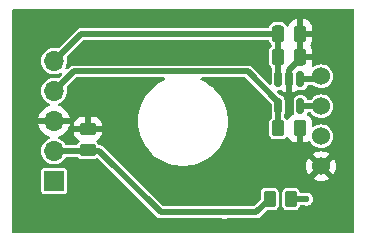
<source format=gbl>
G04 #@! TF.GenerationSoftware,KiCad,Pcbnew,8.0.7*
G04 #@! TF.CreationDate,2025-01-24T14:27:24+01:00*
G04 #@! TF.ProjectId,GateDriverControlTransmitter,47617465-4472-4697-9665-72436f6e7472,rev?*
G04 #@! TF.SameCoordinates,Original*
G04 #@! TF.FileFunction,Copper,L2,Bot*
G04 #@! TF.FilePolarity,Positive*
%FSLAX46Y46*%
G04 Gerber Fmt 4.6, Leading zero omitted, Abs format (unit mm)*
G04 Created by KiCad (PCBNEW 8.0.7) date 2025-01-24 14:27:24*
%MOMM*%
%LPD*%
G01*
G04 APERTURE LIST*
G04 Aperture macros list*
%AMRoundRect*
0 Rectangle with rounded corners*
0 $1 Rounding radius*
0 $2 $3 $4 $5 $6 $7 $8 $9 X,Y pos of 4 corners*
0 Add a 4 corners polygon primitive as box body*
4,1,4,$2,$3,$4,$5,$6,$7,$8,$9,$2,$3,0*
0 Add four circle primitives for the rounded corners*
1,1,$1+$1,$2,$3*
1,1,$1+$1,$4,$5*
1,1,$1+$1,$6,$7*
1,1,$1+$1,$8,$9*
0 Add four rect primitives between the rounded corners*
20,1,$1+$1,$2,$3,$4,$5,0*
20,1,$1+$1,$4,$5,$6,$7,0*
20,1,$1+$1,$6,$7,$8,$9,0*
20,1,$1+$1,$8,$9,$2,$3,0*%
G04 Aperture macros list end*
G04 #@! TA.AperFunction,ComponentPad*
%ADD10R,1.700000X1.700000*%
G04 #@! TD*
G04 #@! TA.AperFunction,ComponentPad*
%ADD11O,1.700000X1.700000*%
G04 #@! TD*
G04 #@! TA.AperFunction,ComponentPad*
%ADD12C,1.524000*%
G04 #@! TD*
G04 #@! TA.AperFunction,SMDPad,CuDef*
%ADD13RoundRect,0.250000X-0.262500X-0.450000X0.262500X-0.450000X0.262500X0.450000X-0.262500X0.450000X0*%
G04 #@! TD*
G04 #@! TA.AperFunction,SMDPad,CuDef*
%ADD14RoundRect,0.150000X-0.150000X0.512500X-0.150000X-0.512500X0.150000X-0.512500X0.150000X0.512500X0*%
G04 #@! TD*
G04 #@! TA.AperFunction,SMDPad,CuDef*
%ADD15RoundRect,0.250000X-0.250000X-0.475000X0.250000X-0.475000X0.250000X0.475000X-0.250000X0.475000X0*%
G04 #@! TD*
G04 #@! TA.AperFunction,SMDPad,CuDef*
%ADD16RoundRect,0.250000X0.450000X-0.262500X0.450000X0.262500X-0.450000X0.262500X-0.450000X-0.262500X0*%
G04 #@! TD*
G04 #@! TA.AperFunction,ViaPad*
%ADD17C,0.600000*%
G04 #@! TD*
G04 #@! TA.AperFunction,Conductor*
%ADD18C,0.500000*%
G04 #@! TD*
G04 APERTURE END LIST*
D10*
X125100000Y-115075000D03*
D11*
X125100000Y-112535000D03*
X125100000Y-109995000D03*
X125100000Y-107455000D03*
X125100000Y-104915000D03*
D12*
X147700000Y-106210000D03*
X147700000Y-108750000D03*
X147700000Y-111290000D03*
X147700000Y-113830000D03*
D13*
X143337500Y-116600000D03*
X145162500Y-116600000D03*
D14*
X144050000Y-106462500D03*
X145000000Y-106462500D03*
X145950000Y-106462500D03*
X145950000Y-108737500D03*
X144050000Y-108737500D03*
D13*
X144060000Y-110600000D03*
X145885000Y-110600000D03*
D15*
X144042500Y-104570000D03*
X145942500Y-104570000D03*
D16*
X127950000Y-112462500D03*
X127950000Y-110637500D03*
D15*
X144042500Y-102610000D03*
X145942500Y-102610000D03*
D17*
X148000000Y-101000000D03*
X136000000Y-119000000D03*
X140000000Y-119000000D03*
X124000000Y-101000000D03*
X140000000Y-101000000D03*
X136000000Y-101000000D03*
X130000000Y-119000000D03*
X150000000Y-111000000D03*
X142500000Y-105500000D03*
X150000000Y-119000000D03*
X122000000Y-107000000D03*
X122000000Y-119000000D03*
X150000000Y-103000000D03*
X142500000Y-112000000D03*
X148000000Y-119000000D03*
X142000000Y-101000000D03*
X124000000Y-119000000D03*
X128000000Y-101000000D03*
X126000000Y-119000000D03*
X150000000Y-115000000D03*
X150000000Y-101000000D03*
X122000000Y-103000000D03*
X136000000Y-105000000D03*
X150000000Y-119000000D03*
X150000000Y-113000000D03*
X126000000Y-101000000D03*
X134000000Y-119000000D03*
X122000000Y-115000000D03*
X132000000Y-119000000D03*
X146000000Y-101000000D03*
X122000000Y-105000000D03*
X122000000Y-109000000D03*
X122000000Y-101000000D03*
X136000000Y-103500000D03*
X122000000Y-113000000D03*
X150000000Y-107000000D03*
X128000000Y-105000000D03*
X150000000Y-105000000D03*
X150000000Y-109000000D03*
X144000000Y-101000000D03*
X122000000Y-111000000D03*
X122000000Y-117000000D03*
X142500000Y-103500000D03*
X134000000Y-101000000D03*
X132000000Y-101000000D03*
X138000000Y-119000000D03*
X146000000Y-119000000D03*
X130000000Y-101000000D03*
X128000000Y-119000000D03*
X128000000Y-103500000D03*
X142500000Y-109000000D03*
X138000000Y-101000000D03*
X139500000Y-117730000D03*
X146450000Y-116600000D03*
D18*
X144042500Y-102610000D02*
X127390000Y-102610000D01*
X144042500Y-106455000D02*
X144050000Y-106462500D01*
X127390000Y-102610000D02*
X125100000Y-104900000D01*
X144042500Y-102610000D02*
X144042500Y-106455000D01*
X125100000Y-104900000D02*
X125100000Y-104915000D01*
X145000000Y-105706250D02*
X145942500Y-104763750D01*
X145000000Y-106462500D02*
X145000000Y-105706250D01*
X145942500Y-104570000D02*
X145942500Y-102610000D01*
X145942500Y-104763750D02*
X145942500Y-104570000D01*
X125100000Y-107455000D02*
X126755000Y-105800000D01*
X141500000Y-105800000D02*
X144050000Y-108350000D01*
X126755000Y-105800000D02*
X141500000Y-105800000D01*
X144060000Y-108747500D02*
X144050000Y-108737500D01*
X144060000Y-110600000D02*
X144060000Y-108747500D01*
X144050000Y-108350000D02*
X144050000Y-108737500D01*
X142207500Y-117730000D02*
X143337500Y-116600000D01*
X125100000Y-112535000D02*
X128910000Y-112535000D01*
X128910000Y-112535000D02*
X134105000Y-117730000D01*
X134105000Y-117730000D02*
X142207500Y-117730000D01*
X147687500Y-108737500D02*
X147700000Y-108750000D01*
X145950000Y-108737500D02*
X147687500Y-108737500D01*
X147447500Y-106462500D02*
X147700000Y-106210000D01*
X145950000Y-106462500D02*
X147447500Y-106462500D01*
X145162500Y-116600000D02*
X146450000Y-116600000D01*
G04 #@! TA.AperFunction,Conductor*
G36*
X143248775Y-103130185D02*
G01*
X143294530Y-103182989D01*
X143297918Y-103191167D01*
X143348702Y-103327328D01*
X143348703Y-103327329D01*
X143348704Y-103327331D01*
X143434952Y-103442543D01*
X143434955Y-103442547D01*
X143492310Y-103485482D01*
X143534182Y-103541415D01*
X143542000Y-103584749D01*
X143542000Y-103595249D01*
X143522315Y-103662288D01*
X143492312Y-103694515D01*
X143434957Y-103737451D01*
X143434951Y-103737457D01*
X143348706Y-103852664D01*
X143348702Y-103852671D01*
X143298408Y-103987517D01*
X143292001Y-104047116D01*
X143292000Y-104047135D01*
X143292000Y-105092870D01*
X143292001Y-105092876D01*
X143298408Y-105152483D01*
X143348702Y-105287328D01*
X143348703Y-105287329D01*
X143348704Y-105287331D01*
X143434952Y-105402543D01*
X143434955Y-105402547D01*
X143492310Y-105445482D01*
X143534182Y-105501415D01*
X143542000Y-105544749D01*
X143542000Y-105740668D01*
X143528485Y-105796962D01*
X143514352Y-105824698D01*
X143499500Y-105918475D01*
X143499500Y-106792324D01*
X143479815Y-106859363D01*
X143427011Y-106905118D01*
X143357853Y-106915062D01*
X143294297Y-106886037D01*
X143287819Y-106880005D01*
X141807316Y-105399502D01*
X141807314Y-105399500D01*
X141745937Y-105364064D01*
X141693187Y-105333608D01*
X141629539Y-105316554D01*
X141565892Y-105299500D01*
X126820892Y-105299500D01*
X126689107Y-105299500D01*
X126561812Y-105333608D01*
X126447686Y-105399500D01*
X126447683Y-105399502D01*
X126269042Y-105578143D01*
X126207719Y-105611628D01*
X126138027Y-105606644D01*
X126082094Y-105564772D01*
X126057677Y-105499308D01*
X126070361Y-105435190D01*
X126086616Y-105402547D01*
X126130582Y-105314250D01*
X126186397Y-105118083D01*
X126205215Y-104915000D01*
X126186397Y-104711917D01*
X126164142Y-104633700D01*
X126164728Y-104563834D01*
X126195725Y-104512087D01*
X127560995Y-103146819D01*
X127622318Y-103113334D01*
X127648676Y-103110500D01*
X143181736Y-103110500D01*
X143248775Y-103130185D01*
G37*
G04 #@! TD.AperFunction*
G04 #@! TA.AperFunction,Conductor*
G36*
X150442539Y-100530185D02*
G01*
X150488294Y-100582989D01*
X150499500Y-100634500D01*
X150499500Y-119376000D01*
X150479815Y-119443039D01*
X150427011Y-119488794D01*
X150375500Y-119500000D01*
X121624500Y-119500000D01*
X121557461Y-119480315D01*
X121511706Y-119427511D01*
X121500500Y-119376000D01*
X121500500Y-114200321D01*
X123999500Y-114200321D01*
X123999500Y-115949678D01*
X124014032Y-116022735D01*
X124014033Y-116022739D01*
X124027248Y-116042516D01*
X124069399Y-116105601D01*
X124152260Y-116160966D01*
X124152264Y-116160967D01*
X124225321Y-116175499D01*
X124225324Y-116175500D01*
X124225326Y-116175500D01*
X125974676Y-116175500D01*
X125974677Y-116175499D01*
X126047740Y-116160966D01*
X126130601Y-116105601D01*
X126185966Y-116022740D01*
X126200500Y-115949674D01*
X126200500Y-114200326D01*
X126200500Y-114200323D01*
X126200499Y-114200321D01*
X126185967Y-114127264D01*
X126185966Y-114127260D01*
X126130601Y-114044399D01*
X126047740Y-113989034D01*
X126047739Y-113989033D01*
X126047735Y-113989032D01*
X125974677Y-113974500D01*
X125974674Y-113974500D01*
X124225326Y-113974500D01*
X124225323Y-113974500D01*
X124152264Y-113989032D01*
X124152260Y-113989033D01*
X124069399Y-114044399D01*
X124014033Y-114127260D01*
X124014032Y-114127264D01*
X123999500Y-114200321D01*
X121500500Y-114200321D01*
X121500500Y-109744999D01*
X123769364Y-109744999D01*
X123769364Y-109745000D01*
X124666988Y-109745000D01*
X124634075Y-109802007D01*
X124600000Y-109929174D01*
X124600000Y-110060826D01*
X124634075Y-110187993D01*
X124666988Y-110245000D01*
X123769364Y-110245000D01*
X123826567Y-110458486D01*
X123826570Y-110458492D01*
X123926399Y-110672578D01*
X124061894Y-110866082D01*
X124228917Y-111033105D01*
X124422421Y-111168600D01*
X124636507Y-111268429D01*
X124636516Y-111268433D01*
X124675583Y-111278901D01*
X124735244Y-111315266D01*
X124765773Y-111378113D01*
X124757479Y-111447488D01*
X124712993Y-111501366D01*
X124688284Y-111514302D01*
X124607373Y-111545647D01*
X124607357Y-111545655D01*
X124433960Y-111653017D01*
X124433958Y-111653019D01*
X124283237Y-111790418D01*
X124160327Y-111953178D01*
X124069422Y-112135739D01*
X124069417Y-112135752D01*
X124013602Y-112331917D01*
X123994785Y-112534999D01*
X123994785Y-112535000D01*
X124013602Y-112738082D01*
X124069417Y-112934247D01*
X124069422Y-112934260D01*
X124160327Y-113116821D01*
X124283237Y-113279581D01*
X124433958Y-113416980D01*
X124433960Y-113416982D01*
X124444484Y-113423498D01*
X124607363Y-113524348D01*
X124797544Y-113598024D01*
X124998024Y-113635500D01*
X124998026Y-113635500D01*
X125201974Y-113635500D01*
X125201976Y-113635500D01*
X125402456Y-113598024D01*
X125592637Y-113524348D01*
X125766041Y-113416981D01*
X125916764Y-113279579D01*
X126039673Y-113116821D01*
X126045945Y-113104226D01*
X126093449Y-113052990D01*
X126156944Y-113035500D01*
X127045165Y-113035500D01*
X127112204Y-113055185D01*
X127135541Y-113076910D01*
X127136180Y-113076272D01*
X127142451Y-113082542D01*
X127142454Y-113082546D01*
X127171095Y-113103987D01*
X127257664Y-113168793D01*
X127257671Y-113168797D01*
X127392517Y-113219091D01*
X127392516Y-113219091D01*
X127399444Y-113219835D01*
X127452127Y-113225500D01*
X128447872Y-113225499D01*
X128507483Y-113219091D01*
X128642331Y-113168796D01*
X128667062Y-113150282D01*
X128732520Y-113125864D01*
X128800794Y-113140713D01*
X128829053Y-113161867D01*
X133704500Y-118037314D01*
X133797686Y-118130500D01*
X133911814Y-118196392D01*
X134039107Y-118230500D01*
X134039108Y-118230500D01*
X139245124Y-118230500D01*
X139292572Y-118239937D01*
X139356291Y-118266330D01*
X139452097Y-118278943D01*
X139499999Y-118285250D01*
X139500000Y-118285250D01*
X139500001Y-118285250D01*
X139535927Y-118280520D01*
X139643709Y-118266330D01*
X139707427Y-118239937D01*
X139754876Y-118230500D01*
X142273390Y-118230500D01*
X142273392Y-118230500D01*
X142400686Y-118196392D01*
X142514814Y-118130500D01*
X143058494Y-117586817D01*
X143119817Y-117553333D01*
X143146175Y-117550499D01*
X143647871Y-117550499D01*
X143647872Y-117550499D01*
X143707483Y-117544091D01*
X143842331Y-117493796D01*
X143957546Y-117407546D01*
X144043796Y-117292331D01*
X144094091Y-117157483D01*
X144100500Y-117097873D01*
X144100499Y-116102135D01*
X144399500Y-116102135D01*
X144399500Y-117097870D01*
X144399501Y-117097876D01*
X144405908Y-117157483D01*
X144456202Y-117292328D01*
X144456206Y-117292335D01*
X144542452Y-117407544D01*
X144542455Y-117407547D01*
X144657664Y-117493793D01*
X144657671Y-117493797D01*
X144702618Y-117510561D01*
X144792517Y-117544091D01*
X144852127Y-117550500D01*
X145472872Y-117550499D01*
X145532483Y-117544091D01*
X145667331Y-117493796D01*
X145782546Y-117407546D01*
X145868796Y-117292331D01*
X145876149Y-117272615D01*
X145910258Y-117181167D01*
X145952129Y-117125233D01*
X146017593Y-117100816D01*
X146026440Y-117100500D01*
X146195124Y-117100500D01*
X146242572Y-117109937D01*
X146306291Y-117136330D01*
X146402097Y-117148943D01*
X146449999Y-117155250D01*
X146450000Y-117155250D01*
X146450001Y-117155250D01*
X146464977Y-117153278D01*
X146593709Y-117136330D01*
X146727625Y-117080861D01*
X146842621Y-116992621D01*
X146930861Y-116877625D01*
X146986330Y-116743709D01*
X147005250Y-116600000D01*
X146986330Y-116456291D01*
X146930861Y-116322375D01*
X146842621Y-116207379D01*
X146727625Y-116119139D01*
X146727624Y-116119138D01*
X146727622Y-116119137D01*
X146593712Y-116063671D01*
X146593710Y-116063670D01*
X146593709Y-116063670D01*
X146521854Y-116054210D01*
X146450001Y-116044750D01*
X146449999Y-116044750D01*
X146306293Y-116063669D01*
X146289912Y-116070453D01*
X146242572Y-116090062D01*
X146195124Y-116099500D01*
X146026440Y-116099500D01*
X145959401Y-116079815D01*
X145913646Y-116027011D01*
X145910258Y-116018833D01*
X145868797Y-115907671D01*
X145868793Y-115907664D01*
X145782547Y-115792455D01*
X145782544Y-115792452D01*
X145667335Y-115706206D01*
X145667328Y-115706202D01*
X145532486Y-115655910D01*
X145532485Y-115655909D01*
X145532483Y-115655909D01*
X145472873Y-115649500D01*
X145472863Y-115649500D01*
X144852129Y-115649500D01*
X144852123Y-115649501D01*
X144792516Y-115655908D01*
X144657671Y-115706202D01*
X144657664Y-115706206D01*
X144542455Y-115792452D01*
X144542452Y-115792455D01*
X144456206Y-115907664D01*
X144456202Y-115907671D01*
X144405908Y-116042517D01*
X144400797Y-116090062D01*
X144399501Y-116102123D01*
X144399500Y-116102135D01*
X144100499Y-116102135D01*
X144100499Y-116102128D01*
X144094091Y-116042517D01*
X144086714Y-116022739D01*
X144043797Y-115907671D01*
X144043793Y-115907664D01*
X143957547Y-115792455D01*
X143957544Y-115792452D01*
X143842335Y-115706206D01*
X143842328Y-115706202D01*
X143707486Y-115655910D01*
X143707485Y-115655909D01*
X143707483Y-115655909D01*
X143647873Y-115649500D01*
X143647863Y-115649500D01*
X143027129Y-115649500D01*
X143027123Y-115649501D01*
X142967516Y-115655908D01*
X142832671Y-115706202D01*
X142832664Y-115706206D01*
X142717455Y-115792452D01*
X142717452Y-115792455D01*
X142631206Y-115907664D01*
X142631202Y-115907671D01*
X142580908Y-116042517D01*
X142575797Y-116090062D01*
X142574501Y-116102123D01*
X142574500Y-116102135D01*
X142574500Y-116603824D01*
X142554815Y-116670863D01*
X142538181Y-116691505D01*
X142036505Y-117193181D01*
X141975182Y-117226666D01*
X141948824Y-117229500D01*
X139754876Y-117229500D01*
X139707427Y-117220062D01*
X139643709Y-117193670D01*
X139643708Y-117193669D01*
X139643706Y-117193669D01*
X139500001Y-117174750D01*
X139499999Y-117174750D01*
X139356293Y-117193669D01*
X139356291Y-117193670D01*
X139292572Y-117220062D01*
X139245124Y-117229500D01*
X134363676Y-117229500D01*
X134296637Y-117209815D01*
X134275995Y-117193181D01*
X130912813Y-113829999D01*
X146433179Y-113829999D01*
X146433179Y-113830000D01*
X146452424Y-114049976D01*
X146452426Y-114049986D01*
X146509575Y-114263270D01*
X146509580Y-114263284D01*
X146602898Y-114463405D01*
X146602901Y-114463411D01*
X146648258Y-114528187D01*
X146648258Y-114528188D01*
X147210504Y-113965941D01*
X147226619Y-114026081D01*
X147293498Y-114141920D01*
X147388080Y-114236502D01*
X147503919Y-114303381D01*
X147564057Y-114319494D01*
X147001810Y-114881740D01*
X147066590Y-114927099D01*
X147066592Y-114927100D01*
X147266715Y-115020419D01*
X147266729Y-115020424D01*
X147480013Y-115077573D01*
X147480023Y-115077575D01*
X147699999Y-115096821D01*
X147700001Y-115096821D01*
X147919976Y-115077575D01*
X147919986Y-115077573D01*
X148133270Y-115020424D01*
X148133284Y-115020419D01*
X148333407Y-114927100D01*
X148333417Y-114927094D01*
X148398188Y-114881741D01*
X147835942Y-114319494D01*
X147896081Y-114303381D01*
X148011920Y-114236502D01*
X148106502Y-114141920D01*
X148173381Y-114026081D01*
X148189495Y-113965942D01*
X148751741Y-114528188D01*
X148797094Y-114463417D01*
X148797100Y-114463407D01*
X148890419Y-114263284D01*
X148890424Y-114263270D01*
X148947573Y-114049986D01*
X148947575Y-114049976D01*
X148966821Y-113830000D01*
X148966821Y-113829999D01*
X148947575Y-113610023D01*
X148947573Y-113610013D01*
X148890424Y-113396729D01*
X148890420Y-113396720D01*
X148797096Y-113196586D01*
X148751741Y-113131811D01*
X148751740Y-113131810D01*
X148189494Y-113694056D01*
X148173381Y-113633919D01*
X148106502Y-113518080D01*
X148011920Y-113423498D01*
X147896081Y-113356619D01*
X147835941Y-113340504D01*
X148398188Y-112778258D01*
X148333411Y-112732901D01*
X148333405Y-112732898D01*
X148133284Y-112639580D01*
X148133270Y-112639575D01*
X147919986Y-112582426D01*
X147919976Y-112582424D01*
X147700001Y-112563179D01*
X147699999Y-112563179D01*
X147480023Y-112582424D01*
X147480013Y-112582426D01*
X147266729Y-112639575D01*
X147266720Y-112639579D01*
X147066590Y-112732901D01*
X147001811Y-112778258D01*
X147564058Y-113340504D01*
X147503919Y-113356619D01*
X147388080Y-113423498D01*
X147293498Y-113518080D01*
X147226619Y-113633919D01*
X147210504Y-113694057D01*
X146648258Y-113131811D01*
X146602901Y-113196590D01*
X146509579Y-113396720D01*
X146509575Y-113396729D01*
X146452426Y-113610013D01*
X146452424Y-113610023D01*
X146433179Y-113829999D01*
X130912813Y-113829999D01*
X129217316Y-112134502D01*
X129217314Y-112134500D01*
X129160250Y-112101554D01*
X129103187Y-112068608D01*
X129039539Y-112051554D01*
X128975892Y-112034500D01*
X128975891Y-112034500D01*
X128958548Y-112034500D01*
X128891509Y-112014815D01*
X128848515Y-111965198D01*
X128848047Y-111965454D01*
X128846870Y-111963299D01*
X128845754Y-111962011D01*
X128844455Y-111958877D01*
X128843793Y-111957664D01*
X128757547Y-111842455D01*
X128696157Y-111796498D01*
X128654287Y-111740564D01*
X128649303Y-111670872D01*
X128682789Y-111609550D01*
X128713090Y-111588335D01*
X128712975Y-111588149D01*
X128716189Y-111586166D01*
X128718081Y-111584842D01*
X128719126Y-111584354D01*
X128868345Y-111492315D01*
X128992315Y-111368345D01*
X129084356Y-111219124D01*
X129084358Y-111219119D01*
X129139505Y-111052697D01*
X129139506Y-111052690D01*
X129149999Y-110949986D01*
X129150000Y-110949973D01*
X129150000Y-110887500D01*
X126750001Y-110887500D01*
X126750001Y-110949986D01*
X126760494Y-111052697D01*
X126815641Y-111219119D01*
X126815643Y-111219124D01*
X126907684Y-111368345D01*
X127031654Y-111492315D01*
X127180877Y-111584356D01*
X127181924Y-111584845D01*
X127182522Y-111585371D01*
X127187025Y-111588149D01*
X127186550Y-111588917D01*
X127234368Y-111631012D01*
X127253526Y-111698204D01*
X127233317Y-111765087D01*
X127203842Y-111796498D01*
X127142452Y-111842455D01*
X127056206Y-111957664D01*
X127051953Y-111965454D01*
X127049811Y-111964284D01*
X127015757Y-112009771D01*
X126950291Y-112034185D01*
X126941452Y-112034500D01*
X126156944Y-112034500D01*
X126089905Y-112014815D01*
X126045945Y-111965774D01*
X126039673Y-111953178D01*
X125916762Y-111790418D01*
X125766041Y-111653019D01*
X125766039Y-111653017D01*
X125592642Y-111545655D01*
X125592635Y-111545651D01*
X125511715Y-111514303D01*
X125456313Y-111471730D01*
X125432723Y-111405963D01*
X125448434Y-111337883D01*
X125498458Y-111289104D01*
X125524417Y-111278901D01*
X125563481Y-111268434D01*
X125563492Y-111268429D01*
X125777578Y-111168600D01*
X125971082Y-111033105D01*
X126138105Y-110866082D01*
X126273600Y-110672578D01*
X126373429Y-110458492D01*
X126373432Y-110458486D01*
X126409196Y-110325013D01*
X126750000Y-110325013D01*
X126750000Y-110387500D01*
X127700000Y-110387500D01*
X128200000Y-110387500D01*
X129149999Y-110387500D01*
X129149999Y-110325028D01*
X129149998Y-110325013D01*
X129139505Y-110222302D01*
X129084358Y-110055880D01*
X129084356Y-110055875D01*
X128992315Y-109906654D01*
X128868345Y-109782684D01*
X128719124Y-109690643D01*
X128719119Y-109690641D01*
X128552697Y-109635494D01*
X128552690Y-109635493D01*
X128449986Y-109625000D01*
X128200000Y-109625000D01*
X128200000Y-110387500D01*
X127700000Y-110387500D01*
X127700000Y-109625000D01*
X127450029Y-109625000D01*
X127450012Y-109625001D01*
X127347302Y-109635494D01*
X127180880Y-109690641D01*
X127180875Y-109690643D01*
X127031654Y-109782684D01*
X126907684Y-109906654D01*
X126815643Y-110055875D01*
X126815641Y-110055880D01*
X126760494Y-110222302D01*
X126760493Y-110222309D01*
X126750000Y-110325013D01*
X126409196Y-110325013D01*
X126430636Y-110245000D01*
X125533012Y-110245000D01*
X125565925Y-110187993D01*
X125600000Y-110060826D01*
X125600000Y-109929174D01*
X125565925Y-109802007D01*
X125533012Y-109745000D01*
X126430636Y-109745000D01*
X126430635Y-109744999D01*
X126373432Y-109531513D01*
X126373429Y-109531507D01*
X126273600Y-109317422D01*
X126273599Y-109317420D01*
X126138113Y-109123926D01*
X126138108Y-109123920D01*
X125971082Y-108956894D01*
X125777578Y-108821399D01*
X125563492Y-108721570D01*
X125563477Y-108721564D01*
X125524414Y-108711097D01*
X125464754Y-108674732D01*
X125434226Y-108611885D01*
X125442521Y-108542509D01*
X125487007Y-108488632D01*
X125511710Y-108475698D01*
X125592637Y-108444348D01*
X125766041Y-108336981D01*
X125916764Y-108199579D01*
X126039673Y-108036821D01*
X126130582Y-107854250D01*
X126186397Y-107658083D01*
X126205215Y-107455000D01*
X126186397Y-107251917D01*
X126167464Y-107185375D01*
X126168050Y-107115513D01*
X126199047Y-107063765D01*
X126925995Y-106336819D01*
X126987318Y-106303334D01*
X127013676Y-106300500D01*
X134393863Y-106300500D01*
X134460902Y-106320185D01*
X134506657Y-106372989D01*
X134516601Y-106442147D01*
X134487576Y-106505703D01*
X134442763Y-106538451D01*
X134326502Y-106588342D01*
X133989941Y-106775149D01*
X133989936Y-106775152D01*
X133673994Y-106995053D01*
X133381926Y-107245786D01*
X133116714Y-107524790D01*
X132881099Y-107829180D01*
X132677487Y-108155844D01*
X132677482Y-108155853D01*
X132507963Y-108501439D01*
X132507957Y-108501454D01*
X132374273Y-108862411D01*
X132277785Y-109235070D01*
X132219496Y-109615559D01*
X132200000Y-110000000D01*
X132219496Y-110384440D01*
X132271632Y-110724763D01*
X132277786Y-110764934D01*
X132352291Y-111052690D01*
X132374273Y-111137588D01*
X132507957Y-111498545D01*
X132507963Y-111498560D01*
X132677482Y-111844146D01*
X132677487Y-111844155D01*
X132881099Y-112170819D01*
X132926870Y-112229951D01*
X133116719Y-112475215D01*
X133366592Y-112738082D01*
X133381926Y-112754213D01*
X133673994Y-113004946D01*
X133673997Y-113004948D01*
X133989937Y-113224848D01*
X134326502Y-113411657D01*
X134680240Y-113563458D01*
X134680250Y-113563461D01*
X134680255Y-113563463D01*
X135047509Y-113678690D01*
X135047512Y-113678690D01*
X135047520Y-113678693D01*
X135424574Y-113756180D01*
X135730941Y-113787334D01*
X135807532Y-113795123D01*
X135807533Y-113795123D01*
X136192468Y-113795123D01*
X136256293Y-113788632D01*
X136575426Y-113756180D01*
X136952480Y-113678693D01*
X137319760Y-113563458D01*
X137673498Y-113411657D01*
X138010063Y-113224848D01*
X138326003Y-113004948D01*
X138618074Y-112754213D01*
X138883281Y-112475215D01*
X139118901Y-112170819D01*
X139322517Y-111844147D01*
X139492040Y-111498552D01*
X139625729Y-111137580D01*
X139722214Y-110764934D01*
X139780503Y-110384440D01*
X139800000Y-110000000D01*
X139780503Y-109615560D01*
X139777496Y-109595934D01*
X139755818Y-109454424D01*
X139722214Y-109235066D01*
X139625729Y-108862420D01*
X139492040Y-108501448D01*
X139485753Y-108488632D01*
X139322517Y-108155853D01*
X139322512Y-108155844D01*
X139196654Y-107953925D01*
X139118901Y-107829181D01*
X138883281Y-107524785D01*
X138618074Y-107245787D01*
X138596655Y-107227399D01*
X138326005Y-106995053D01*
X138010063Y-106775152D01*
X138010058Y-106775149D01*
X137673497Y-106588342D01*
X137557237Y-106538451D01*
X137503393Y-106493924D01*
X137482170Y-106427356D01*
X137500305Y-106359881D01*
X137552042Y-106312922D01*
X137606137Y-106300500D01*
X141241324Y-106300500D01*
X141308363Y-106320185D01*
X141329005Y-106336819D01*
X143463181Y-108470995D01*
X143496666Y-108532318D01*
X143499500Y-108558676D01*
X143499500Y-109281517D01*
X143514354Y-109375304D01*
X143545985Y-109437382D01*
X143559500Y-109493677D01*
X143559500Y-109640892D01*
X143539815Y-109707931D01*
X143509812Y-109740158D01*
X143439952Y-109792455D01*
X143353706Y-109907664D01*
X143353702Y-109907671D01*
X143303408Y-110042517D01*
X143297001Y-110102116D01*
X143297000Y-110102135D01*
X143297000Y-111097870D01*
X143297001Y-111097876D01*
X143303408Y-111157483D01*
X143353702Y-111292328D01*
X143353706Y-111292335D01*
X143439952Y-111407544D01*
X143439955Y-111407547D01*
X143555164Y-111493793D01*
X143555171Y-111493797D01*
X143575465Y-111501366D01*
X143690017Y-111544091D01*
X143749627Y-111550500D01*
X144370372Y-111550499D01*
X144429983Y-111544091D01*
X144564831Y-111493796D01*
X144680046Y-111407546D01*
X144726002Y-111346156D01*
X144781934Y-111304287D01*
X144851625Y-111299303D01*
X144912948Y-111332788D01*
X144934165Y-111363089D01*
X144934351Y-111362975D01*
X144936319Y-111366166D01*
X144937651Y-111368068D01*
X144938142Y-111369121D01*
X145030184Y-111518345D01*
X145154154Y-111642315D01*
X145303375Y-111734356D01*
X145303380Y-111734358D01*
X145469802Y-111789505D01*
X145469809Y-111789506D01*
X145572519Y-111799999D01*
X145634999Y-111799998D01*
X145635000Y-111799998D01*
X145635000Y-110724000D01*
X145654685Y-110656961D01*
X145707489Y-110611206D01*
X145759000Y-110600000D01*
X146011000Y-110600000D01*
X146078039Y-110619685D01*
X146123794Y-110672489D01*
X146135000Y-110724000D01*
X146135000Y-111799999D01*
X146197472Y-111799999D01*
X146197486Y-111799998D01*
X146300197Y-111789505D01*
X146466619Y-111734358D01*
X146466626Y-111734355D01*
X146597134Y-111653856D01*
X146664527Y-111635415D01*
X146731190Y-111656337D01*
X146771590Y-111700941D01*
X146854059Y-111855231D01*
X146854065Y-111855238D01*
X146980589Y-112009410D01*
X147011162Y-112034500D01*
X147134763Y-112135936D01*
X147134766Y-112135937D01*
X147134768Y-112135939D01*
X147310651Y-112229951D01*
X147310654Y-112229951D01*
X147310658Y-112229954D01*
X147501515Y-112287850D01*
X147700000Y-112307399D01*
X147898485Y-112287850D01*
X148089342Y-112229954D01*
X148265237Y-112135936D01*
X148419410Y-112009410D01*
X148545936Y-111855237D01*
X148639954Y-111679342D01*
X148697850Y-111488485D01*
X148717399Y-111290000D01*
X148697850Y-111091515D01*
X148639954Y-110900658D01*
X148639951Y-110900654D01*
X148639951Y-110900651D01*
X148545939Y-110724768D01*
X148545937Y-110724766D01*
X148545936Y-110724763D01*
X148490293Y-110656961D01*
X148419410Y-110570589D01*
X148265238Y-110444065D01*
X148265231Y-110444060D01*
X148089348Y-110350048D01*
X148089342Y-110350046D01*
X147898485Y-110292150D01*
X147898483Y-110292149D01*
X147898481Y-110292149D01*
X147700000Y-110272601D01*
X147501518Y-110292149D01*
X147310651Y-110350048D01*
X147134768Y-110444060D01*
X147134762Y-110444064D01*
X147100163Y-110472459D01*
X147035853Y-110499771D01*
X146966986Y-110487980D01*
X146915426Y-110440827D01*
X146897499Y-110376605D01*
X146897499Y-110100028D01*
X146897498Y-110100013D01*
X146887005Y-109997302D01*
X146831858Y-109830880D01*
X146831856Y-109830875D01*
X146739815Y-109681654D01*
X146615845Y-109557684D01*
X146540969Y-109511500D01*
X146494244Y-109459552D01*
X146483023Y-109390589D01*
X146484276Y-109384968D01*
X146484120Y-109384944D01*
X146490826Y-109342603D01*
X146520755Y-109279468D01*
X146580066Y-109242536D01*
X146613299Y-109238000D01*
X146738457Y-109238000D01*
X146805496Y-109257685D01*
X146847816Y-109303549D01*
X146854060Y-109315231D01*
X146854065Y-109315238D01*
X146980589Y-109469410D01*
X147056263Y-109531513D01*
X147134763Y-109595936D01*
X147134766Y-109595937D01*
X147134768Y-109595939D01*
X147310651Y-109689951D01*
X147310654Y-109689951D01*
X147310658Y-109689954D01*
X147501515Y-109747850D01*
X147700000Y-109767399D01*
X147898485Y-109747850D01*
X148089342Y-109689954D01*
X148265237Y-109595936D01*
X148419410Y-109469410D01*
X148545936Y-109315237D01*
X148639954Y-109139342D01*
X148697850Y-108948485D01*
X148717399Y-108750000D01*
X148697850Y-108551515D01*
X148639954Y-108360658D01*
X148639951Y-108360654D01*
X148639951Y-108360651D01*
X148545939Y-108184768D01*
X148545937Y-108184766D01*
X148545936Y-108184763D01*
X148476126Y-108099699D01*
X148419410Y-108030589D01*
X148265238Y-107904065D01*
X148265231Y-107904060D01*
X148089348Y-107810048D01*
X148089342Y-107810046D01*
X147898485Y-107752150D01*
X147898483Y-107752149D01*
X147898481Y-107752149D01*
X147700000Y-107732601D01*
X147501518Y-107752149D01*
X147310651Y-107810048D01*
X147134768Y-107904060D01*
X147134761Y-107904065D01*
X146980589Y-108030589D01*
X146850199Y-108189472D01*
X146848538Y-108188108D01*
X146802382Y-108226691D01*
X146752881Y-108237000D01*
X146613299Y-108237000D01*
X146546260Y-108217315D01*
X146500505Y-108164511D01*
X146490826Y-108132398D01*
X146485647Y-108099699D01*
X146485646Y-108099697D01*
X146485646Y-108099696D01*
X146428050Y-107986658D01*
X146428046Y-107986654D01*
X146428045Y-107986652D01*
X146338347Y-107896954D01*
X146338344Y-107896952D01*
X146338342Y-107896950D01*
X146254533Y-107854247D01*
X146225301Y-107839352D01*
X146131524Y-107824500D01*
X145768482Y-107824500D01*
X145687519Y-107837323D01*
X145674696Y-107839354D01*
X145561658Y-107896950D01*
X145561657Y-107896951D01*
X145561652Y-107896954D01*
X145471954Y-107986652D01*
X145471951Y-107986657D01*
X145414352Y-108099698D01*
X145399500Y-108193475D01*
X145399500Y-109281519D01*
X145405945Y-109322212D01*
X145396988Y-109391505D01*
X145351991Y-109444956D01*
X145322479Y-109459312D01*
X145303379Y-109465641D01*
X145154154Y-109557684D01*
X145030184Y-109681654D01*
X144938137Y-109830885D01*
X144937648Y-109831936D01*
X144937120Y-109832535D01*
X144934351Y-109837025D01*
X144933583Y-109836551D01*
X144891475Y-109884375D01*
X144824282Y-109903526D01*
X144757401Y-109883309D01*
X144726001Y-109853841D01*
X144680047Y-109792455D01*
X144610188Y-109740158D01*
X144568318Y-109684224D01*
X144560500Y-109640892D01*
X144560500Y-109454424D01*
X144574015Y-109398130D01*
X144585646Y-109375304D01*
X144600500Y-109281519D01*
X144600499Y-108193482D01*
X144585646Y-108099696D01*
X144528050Y-107986658D01*
X144528046Y-107986654D01*
X144528045Y-107986652D01*
X144438347Y-107896954D01*
X144438344Y-107896952D01*
X144438342Y-107896950D01*
X144325304Y-107839354D01*
X144325302Y-107839353D01*
X144325301Y-107839353D01*
X144272255Y-107830951D01*
X144209121Y-107801021D01*
X144203973Y-107796159D01*
X143994994Y-107587180D01*
X143961509Y-107525857D01*
X143966493Y-107456165D01*
X144008365Y-107400232D01*
X144073829Y-107375815D01*
X144082663Y-107375499D01*
X144231518Y-107375499D01*
X144255218Y-107371745D01*
X144324509Y-107380698D01*
X144362299Y-107406537D01*
X144448442Y-107492681D01*
X144448447Y-107492685D01*
X144589801Y-107576281D01*
X144747514Y-107622100D01*
X144747511Y-107622100D01*
X144749998Y-107622295D01*
X144750000Y-107622295D01*
X144750000Y-106586500D01*
X144769685Y-106519461D01*
X144822489Y-106473706D01*
X144874000Y-106462500D01*
X145126000Y-106462500D01*
X145193039Y-106482185D01*
X145238794Y-106534989D01*
X145250000Y-106586500D01*
X145250000Y-107622295D01*
X145250001Y-107622295D01*
X145252486Y-107622100D01*
X145410198Y-107576281D01*
X145551552Y-107492685D01*
X145551557Y-107492681D01*
X145637700Y-107406538D01*
X145699023Y-107373053D01*
X145744779Y-107371746D01*
X145768481Y-107375500D01*
X146131518Y-107375499D01*
X146225304Y-107360646D01*
X146338342Y-107303050D01*
X146428050Y-107213342D01*
X146485646Y-107100304D01*
X146485646Y-107100302D01*
X146485647Y-107100301D01*
X146485647Y-107100300D01*
X146490826Y-107067603D01*
X146520755Y-107004468D01*
X146580066Y-106967536D01*
X146613299Y-106963000D01*
X146977152Y-106963000D01*
X147044191Y-106982685D01*
X147055817Y-106991147D01*
X147134761Y-107055935D01*
X147134768Y-107055939D01*
X147310651Y-107149951D01*
X147310654Y-107149951D01*
X147310658Y-107149954D01*
X147501515Y-107207850D01*
X147700000Y-107227399D01*
X147898485Y-107207850D01*
X148089342Y-107149954D01*
X148153777Y-107115513D01*
X148182238Y-107100300D01*
X148265237Y-107055936D01*
X148419410Y-106929410D01*
X148545936Y-106775237D01*
X148639954Y-106599342D01*
X148697850Y-106408485D01*
X148717399Y-106210000D01*
X148697850Y-106011515D01*
X148639954Y-105820658D01*
X148639951Y-105820654D01*
X148639951Y-105820651D01*
X148545939Y-105644768D01*
X148545937Y-105644766D01*
X148545936Y-105644763D01*
X148491263Y-105578143D01*
X148419410Y-105490589D01*
X148265238Y-105364065D01*
X148265231Y-105364060D01*
X148089348Y-105270048D01*
X148089342Y-105270046D01*
X147898485Y-105212150D01*
X147898483Y-105212149D01*
X147898481Y-105212149D01*
X147700000Y-105192601D01*
X147501518Y-105212149D01*
X147310651Y-105270048D01*
X147134768Y-105364060D01*
X147134762Y-105364063D01*
X147111647Y-105383034D01*
X147047337Y-105410346D01*
X146978470Y-105398553D01*
X146926910Y-105351400D01*
X146909028Y-105283857D01*
X146915278Y-105248174D01*
X146932005Y-105197694D01*
X146932006Y-105197690D01*
X146942499Y-105094986D01*
X146942500Y-105094973D01*
X146942500Y-104820000D01*
X146066500Y-104820000D01*
X145999461Y-104800315D01*
X145953706Y-104747511D01*
X145942500Y-104696000D01*
X145942500Y-104570000D01*
X145816500Y-104570000D01*
X145749461Y-104550315D01*
X145703706Y-104497511D01*
X145692500Y-104446000D01*
X145692500Y-104320000D01*
X146192500Y-104320000D01*
X146942499Y-104320000D01*
X146942499Y-104045028D01*
X146942498Y-104045013D01*
X146932005Y-103942302D01*
X146876858Y-103775880D01*
X146876856Y-103775875D01*
X146802359Y-103655097D01*
X146783919Y-103587705D01*
X146802359Y-103524903D01*
X146876856Y-103404124D01*
X146876858Y-103404119D01*
X146932005Y-103237697D01*
X146932006Y-103237690D01*
X146942499Y-103134986D01*
X146942500Y-103134973D01*
X146942500Y-102860000D01*
X146192500Y-102860000D01*
X146192500Y-104320000D01*
X145692500Y-104320000D01*
X145692500Y-102360000D01*
X146192500Y-102360000D01*
X146942499Y-102360000D01*
X146942499Y-102085028D01*
X146942498Y-102085013D01*
X146932005Y-101982302D01*
X146876858Y-101815880D01*
X146876856Y-101815875D01*
X146784815Y-101666654D01*
X146660845Y-101542684D01*
X146511624Y-101450643D01*
X146511619Y-101450641D01*
X146345197Y-101395494D01*
X146345190Y-101395493D01*
X146242486Y-101385000D01*
X146192500Y-101385000D01*
X146192500Y-102360000D01*
X145692500Y-102360000D01*
X145692500Y-101385000D01*
X145692499Y-101384999D01*
X145642529Y-101385000D01*
X145642511Y-101385001D01*
X145539802Y-101395494D01*
X145373380Y-101450641D01*
X145373375Y-101450643D01*
X145224154Y-101542684D01*
X145100184Y-101666654D01*
X145008143Y-101815875D01*
X145008142Y-101815878D01*
X144977569Y-101908141D01*
X144937796Y-101965585D01*
X144873280Y-101992408D01*
X144804504Y-101980093D01*
X144753304Y-101932549D01*
X144743681Y-101912468D01*
X144736298Y-101892673D01*
X144736293Y-101892664D01*
X144650047Y-101777455D01*
X144650044Y-101777452D01*
X144534835Y-101691206D01*
X144534828Y-101691202D01*
X144399986Y-101640910D01*
X144399985Y-101640909D01*
X144399983Y-101640909D01*
X144340373Y-101634500D01*
X144340363Y-101634500D01*
X143744629Y-101634500D01*
X143744623Y-101634501D01*
X143685016Y-101640908D01*
X143550171Y-101691202D01*
X143550164Y-101691206D01*
X143434955Y-101777452D01*
X143434952Y-101777455D01*
X143348706Y-101892664D01*
X143348702Y-101892671D01*
X143297918Y-102028833D01*
X143256047Y-102084767D01*
X143190583Y-102109184D01*
X143181736Y-102109500D01*
X127324108Y-102109500D01*
X127196812Y-102143608D01*
X127082686Y-102209500D01*
X127082683Y-102209502D01*
X125480480Y-103811704D01*
X125419157Y-103845189D01*
X125370016Y-103845911D01*
X125201976Y-103814500D01*
X124998024Y-103814500D01*
X124797544Y-103851976D01*
X124797541Y-103851976D01*
X124797541Y-103851977D01*
X124607364Y-103925651D01*
X124607357Y-103925655D01*
X124433960Y-104033017D01*
X124433958Y-104033019D01*
X124283237Y-104170418D01*
X124160327Y-104333178D01*
X124069422Y-104515739D01*
X124069417Y-104515752D01*
X124013602Y-104711917D01*
X123994785Y-104914999D01*
X123994785Y-104915000D01*
X124013602Y-105118082D01*
X124069417Y-105314247D01*
X124069422Y-105314260D01*
X124160327Y-105496821D01*
X124283237Y-105659581D01*
X124433958Y-105796980D01*
X124433960Y-105796982D01*
X124533141Y-105858392D01*
X124607363Y-105904348D01*
X124797544Y-105978024D01*
X124998024Y-106015500D01*
X124998026Y-106015500D01*
X125201974Y-106015500D01*
X125201976Y-106015500D01*
X125402456Y-105978024D01*
X125592637Y-105904348D01*
X125603490Y-105897627D01*
X125670846Y-105879070D01*
X125737547Y-105899875D01*
X125782410Y-105953438D01*
X125791194Y-106022754D01*
X125761108Y-106085814D01*
X125756450Y-106090734D01*
X125493118Y-106354066D01*
X125431795Y-106387551D01*
X125382652Y-106388274D01*
X125201976Y-106354500D01*
X124998024Y-106354500D01*
X124797544Y-106391976D01*
X124797541Y-106391976D01*
X124797541Y-106391977D01*
X124607364Y-106465651D01*
X124607357Y-106465655D01*
X124433960Y-106573017D01*
X124433958Y-106573019D01*
X124283237Y-106710418D01*
X124160327Y-106873178D01*
X124069422Y-107055739D01*
X124069417Y-107055752D01*
X124013602Y-107251917D01*
X123994785Y-107454999D01*
X123994785Y-107455000D01*
X124013602Y-107658082D01*
X124069417Y-107854247D01*
X124069422Y-107854260D01*
X124160327Y-108036821D01*
X124283237Y-108199581D01*
X124433958Y-108336980D01*
X124433960Y-108336982D01*
X124533141Y-108398392D01*
X124607363Y-108444348D01*
X124688283Y-108475696D01*
X124743685Y-108518269D01*
X124767276Y-108584035D01*
X124751565Y-108652116D01*
X124701542Y-108700895D01*
X124675586Y-108711097D01*
X124636519Y-108721565D01*
X124636507Y-108721570D01*
X124422422Y-108821399D01*
X124422420Y-108821400D01*
X124228926Y-108956886D01*
X124228920Y-108956891D01*
X124061891Y-109123920D01*
X124061886Y-109123926D01*
X123926400Y-109317420D01*
X123926399Y-109317422D01*
X123826570Y-109531507D01*
X123826567Y-109531513D01*
X123769364Y-109744999D01*
X121500500Y-109744999D01*
X121500500Y-100634500D01*
X121520185Y-100567461D01*
X121572989Y-100521706D01*
X121624500Y-100510500D01*
X150375500Y-100510500D01*
X150442539Y-100530185D01*
G37*
G04 #@! TD.AperFunction*
M02*

</source>
